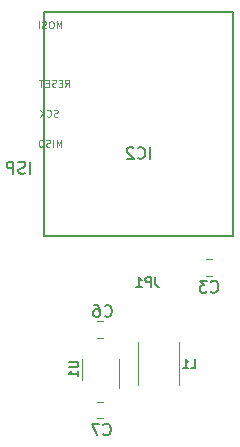
<source format=gbo>
G04 #@! TF.GenerationSoftware,KiCad,Pcbnew,(5.1.2)-2*
G04 #@! TF.CreationDate,2019-11-25T20:14:03+01:00*
G04 #@! TF.ProjectId,HM-LC-SW1-BA-PCB_mini_MAX1724,484d2d4c-432d-4535-9731-2d42412d5043,rev?*
G04 #@! TF.SameCoordinates,Original*
G04 #@! TF.FileFunction,Legend,Bot*
G04 #@! TF.FilePolarity,Positive*
%FSLAX46Y46*%
G04 Gerber Fmt 4.6, Leading zero omitted, Abs format (unit mm)*
G04 Created by KiCad (PCBNEW (5.1.2)-2) date 2019-11-25 20:14:03*
%MOMM*%
%LPD*%
G04 APERTURE LIST*
%ADD10C,0.150000*%
%ADD11C,0.100000*%
%ADD12C,0.120000*%
G04 APERTURE END LIST*
D10*
X172426190Y-101988880D02*
X172426190Y-100988880D01*
X171997619Y-101941261D02*
X171854761Y-101988880D01*
X171616666Y-101988880D01*
X171521428Y-101941261D01*
X171473809Y-101893642D01*
X171426190Y-101798404D01*
X171426190Y-101703166D01*
X171473809Y-101607928D01*
X171521428Y-101560309D01*
X171616666Y-101512690D01*
X171807142Y-101465071D01*
X171902380Y-101417452D01*
X171950000Y-101369833D01*
X171997619Y-101274595D01*
X171997619Y-101179357D01*
X171950000Y-101084119D01*
X171902380Y-101036500D01*
X171807142Y-100988880D01*
X171569047Y-100988880D01*
X171426190Y-101036500D01*
X170997619Y-101988880D02*
X170997619Y-100988880D01*
X170616666Y-100988880D01*
X170521428Y-101036500D01*
X170473809Y-101084119D01*
X170426190Y-101179357D01*
X170426190Y-101322214D01*
X170473809Y-101417452D01*
X170521428Y-101465071D01*
X170616666Y-101512690D01*
X170997619Y-101512690D01*
D11*
X175059857Y-99712428D02*
X175059857Y-99112428D01*
X174859857Y-99541000D01*
X174659857Y-99112428D01*
X174659857Y-99712428D01*
X174374142Y-99712428D02*
X174374142Y-99112428D01*
X174117000Y-99683857D02*
X174031285Y-99712428D01*
X173888428Y-99712428D01*
X173831285Y-99683857D01*
X173802714Y-99655285D01*
X173774142Y-99598142D01*
X173774142Y-99541000D01*
X173802714Y-99483857D01*
X173831285Y-99455285D01*
X173888428Y-99426714D01*
X174002714Y-99398142D01*
X174059857Y-99369571D01*
X174088428Y-99341000D01*
X174117000Y-99283857D01*
X174117000Y-99226714D01*
X174088428Y-99169571D01*
X174059857Y-99141000D01*
X174002714Y-99112428D01*
X173859857Y-99112428D01*
X173774142Y-99141000D01*
X173402714Y-99112428D02*
X173288428Y-99112428D01*
X173231285Y-99141000D01*
X173174142Y-99198142D01*
X173145571Y-99312428D01*
X173145571Y-99512428D01*
X173174142Y-99626714D01*
X173231285Y-99683857D01*
X173288428Y-99712428D01*
X173402714Y-99712428D01*
X173459857Y-99683857D01*
X173517000Y-99626714D01*
X173545571Y-99512428D01*
X173545571Y-99312428D01*
X173517000Y-99198142D01*
X173459857Y-99141000D01*
X173402714Y-99112428D01*
X174761428Y-97143857D02*
X174675714Y-97172428D01*
X174532857Y-97172428D01*
X174475714Y-97143857D01*
X174447142Y-97115285D01*
X174418571Y-97058142D01*
X174418571Y-97001000D01*
X174447142Y-96943857D01*
X174475714Y-96915285D01*
X174532857Y-96886714D01*
X174647142Y-96858142D01*
X174704285Y-96829571D01*
X174732857Y-96801000D01*
X174761428Y-96743857D01*
X174761428Y-96686714D01*
X174732857Y-96629571D01*
X174704285Y-96601000D01*
X174647142Y-96572428D01*
X174504285Y-96572428D01*
X174418571Y-96601000D01*
X173818571Y-97115285D02*
X173847142Y-97143857D01*
X173932857Y-97172428D01*
X173990000Y-97172428D01*
X174075714Y-97143857D01*
X174132857Y-97086714D01*
X174161428Y-97029571D01*
X174190000Y-96915285D01*
X174190000Y-96829571D01*
X174161428Y-96715285D01*
X174132857Y-96658142D01*
X174075714Y-96601000D01*
X173990000Y-96572428D01*
X173932857Y-96572428D01*
X173847142Y-96601000D01*
X173818571Y-96629571D01*
X173561428Y-97172428D02*
X173561428Y-96572428D01*
X173218571Y-97172428D02*
X173475714Y-96829571D01*
X173218571Y-96572428D02*
X173561428Y-96915285D01*
X175369428Y-94632428D02*
X175569428Y-94346714D01*
X175712285Y-94632428D02*
X175712285Y-94032428D01*
X175483714Y-94032428D01*
X175426571Y-94061000D01*
X175398000Y-94089571D01*
X175369428Y-94146714D01*
X175369428Y-94232428D01*
X175398000Y-94289571D01*
X175426571Y-94318142D01*
X175483714Y-94346714D01*
X175712285Y-94346714D01*
X175112285Y-94318142D02*
X174912285Y-94318142D01*
X174826571Y-94632428D02*
X175112285Y-94632428D01*
X175112285Y-94032428D01*
X174826571Y-94032428D01*
X174598000Y-94603857D02*
X174512285Y-94632428D01*
X174369428Y-94632428D01*
X174312285Y-94603857D01*
X174283714Y-94575285D01*
X174255142Y-94518142D01*
X174255142Y-94461000D01*
X174283714Y-94403857D01*
X174312285Y-94375285D01*
X174369428Y-94346714D01*
X174483714Y-94318142D01*
X174540857Y-94289571D01*
X174569428Y-94261000D01*
X174598000Y-94203857D01*
X174598000Y-94146714D01*
X174569428Y-94089571D01*
X174540857Y-94061000D01*
X174483714Y-94032428D01*
X174340857Y-94032428D01*
X174255142Y-94061000D01*
X173998000Y-94318142D02*
X173798000Y-94318142D01*
X173712285Y-94632428D02*
X173998000Y-94632428D01*
X173998000Y-94032428D01*
X173712285Y-94032428D01*
X173540857Y-94032428D02*
X173198000Y-94032428D01*
X173369428Y-94632428D02*
X173369428Y-94032428D01*
X175059857Y-89679428D02*
X175059857Y-89079428D01*
X174859857Y-89508000D01*
X174659857Y-89079428D01*
X174659857Y-89679428D01*
X174259857Y-89079428D02*
X174145571Y-89079428D01*
X174088428Y-89108000D01*
X174031285Y-89165142D01*
X174002714Y-89279428D01*
X174002714Y-89479428D01*
X174031285Y-89593714D01*
X174088428Y-89650857D01*
X174145571Y-89679428D01*
X174259857Y-89679428D01*
X174317000Y-89650857D01*
X174374142Y-89593714D01*
X174402714Y-89479428D01*
X174402714Y-89279428D01*
X174374142Y-89165142D01*
X174317000Y-89108000D01*
X174259857Y-89079428D01*
X173774142Y-89650857D02*
X173688428Y-89679428D01*
X173545571Y-89679428D01*
X173488428Y-89650857D01*
X173459857Y-89622285D01*
X173431285Y-89565142D01*
X173431285Y-89508000D01*
X173459857Y-89450857D01*
X173488428Y-89422285D01*
X173545571Y-89393714D01*
X173659857Y-89365142D01*
X173717000Y-89336571D01*
X173745571Y-89308000D01*
X173774142Y-89250857D01*
X173774142Y-89193714D01*
X173745571Y-89136571D01*
X173717000Y-89108000D01*
X173659857Y-89079428D01*
X173517000Y-89079428D01*
X173431285Y-89108000D01*
X173174142Y-89679428D02*
X173174142Y-89079428D01*
D12*
X185010000Y-116200000D02*
X185010000Y-119886252D01*
X181590000Y-116200000D02*
X181590000Y-119886252D01*
X178611252Y-122710000D02*
X178088748Y-122710000D01*
X178611252Y-121290000D02*
X178088748Y-121290000D01*
X178088748Y-114490000D02*
X178611252Y-114490000D01*
X178088748Y-115910000D02*
X178611252Y-115910000D01*
X187836252Y-110660000D02*
X187313748Y-110660000D01*
X187836252Y-109240000D02*
X187313748Y-109240000D01*
D10*
X189610000Y-107282000D02*
X173610000Y-107282000D01*
X173610000Y-107282000D02*
X173610000Y-88282000D01*
X173610000Y-88282000D02*
X189610000Y-88282000D01*
X189610000Y-88282000D02*
X189610000Y-107282000D01*
D12*
X179910000Y-117670000D02*
X179910000Y-120100000D01*
X176840000Y-119430000D02*
X176840000Y-117670000D01*
D10*
X186033333Y-118461904D02*
X186414285Y-118461904D01*
X186414285Y-117661904D01*
X185347619Y-118461904D02*
X185804761Y-118461904D01*
X185576190Y-118461904D02*
X185576190Y-117661904D01*
X185652380Y-117776190D01*
X185728571Y-117852380D01*
X185804761Y-117890476D01*
X178616666Y-124057142D02*
X178664285Y-124104761D01*
X178807142Y-124152380D01*
X178902380Y-124152380D01*
X179045238Y-124104761D01*
X179140476Y-124009523D01*
X179188095Y-123914285D01*
X179235714Y-123723809D01*
X179235714Y-123580952D01*
X179188095Y-123390476D01*
X179140476Y-123295238D01*
X179045238Y-123200000D01*
X178902380Y-123152380D01*
X178807142Y-123152380D01*
X178664285Y-123200000D01*
X178616666Y-123247619D01*
X178283333Y-123152380D02*
X177616666Y-123152380D01*
X178045238Y-124152380D01*
X178716666Y-114007142D02*
X178764285Y-114054761D01*
X178907142Y-114102380D01*
X179002380Y-114102380D01*
X179145238Y-114054761D01*
X179240476Y-113959523D01*
X179288095Y-113864285D01*
X179335714Y-113673809D01*
X179335714Y-113530952D01*
X179288095Y-113340476D01*
X179240476Y-113245238D01*
X179145238Y-113150000D01*
X179002380Y-113102380D01*
X178907142Y-113102380D01*
X178764285Y-113150000D01*
X178716666Y-113197619D01*
X177859523Y-113102380D02*
X178050000Y-113102380D01*
X178145238Y-113150000D01*
X178192857Y-113197619D01*
X178288095Y-113340476D01*
X178335714Y-113530952D01*
X178335714Y-113911904D01*
X178288095Y-114007142D01*
X178240476Y-114054761D01*
X178145238Y-114102380D01*
X177954761Y-114102380D01*
X177859523Y-114054761D01*
X177811904Y-114007142D01*
X177764285Y-113911904D01*
X177764285Y-113673809D01*
X177811904Y-113578571D01*
X177859523Y-113530952D01*
X177954761Y-113483333D01*
X178145238Y-113483333D01*
X178240476Y-113530952D01*
X178288095Y-113578571D01*
X178335714Y-113673809D01*
X187716666Y-111957142D02*
X187764285Y-112004761D01*
X187907142Y-112052380D01*
X188002380Y-112052380D01*
X188145238Y-112004761D01*
X188240476Y-111909523D01*
X188288095Y-111814285D01*
X188335714Y-111623809D01*
X188335714Y-111480952D01*
X188288095Y-111290476D01*
X188240476Y-111195238D01*
X188145238Y-111100000D01*
X188002380Y-111052380D01*
X187907142Y-111052380D01*
X187764285Y-111100000D01*
X187716666Y-111147619D01*
X187383333Y-111052380D02*
X186764285Y-111052380D01*
X187097619Y-111433333D01*
X186954761Y-111433333D01*
X186859523Y-111480952D01*
X186811904Y-111528571D01*
X186764285Y-111623809D01*
X186764285Y-111861904D01*
X186811904Y-111957142D01*
X186859523Y-112004761D01*
X186954761Y-112052380D01*
X187240476Y-112052380D01*
X187335714Y-112004761D01*
X187383333Y-111957142D01*
X183016666Y-110761904D02*
X183016666Y-111333333D01*
X183054761Y-111447619D01*
X183130952Y-111523809D01*
X183245238Y-111561904D01*
X183321428Y-111561904D01*
X182635714Y-111561904D02*
X182635714Y-110761904D01*
X182330952Y-110761904D01*
X182254761Y-110800000D01*
X182216666Y-110838095D01*
X182178571Y-110914285D01*
X182178571Y-111028571D01*
X182216666Y-111104761D01*
X182254761Y-111142857D01*
X182330952Y-111180952D01*
X182635714Y-111180952D01*
X181416666Y-111561904D02*
X181873809Y-111561904D01*
X181645238Y-111561904D02*
X181645238Y-110761904D01*
X181721428Y-110876190D01*
X181797619Y-110952380D01*
X181873809Y-110990476D01*
X182586190Y-100734380D02*
X182586190Y-99734380D01*
X181538571Y-100639142D02*
X181586190Y-100686761D01*
X181729047Y-100734380D01*
X181824285Y-100734380D01*
X181967142Y-100686761D01*
X182062380Y-100591523D01*
X182110000Y-100496285D01*
X182157619Y-100305809D01*
X182157619Y-100162952D01*
X182110000Y-99972476D01*
X182062380Y-99877238D01*
X181967142Y-99782000D01*
X181824285Y-99734380D01*
X181729047Y-99734380D01*
X181586190Y-99782000D01*
X181538571Y-99829619D01*
X181157619Y-99829619D02*
X181110000Y-99782000D01*
X181014761Y-99734380D01*
X180776666Y-99734380D01*
X180681428Y-99782000D01*
X180633809Y-99829619D01*
X180586190Y-99924857D01*
X180586190Y-100020095D01*
X180633809Y-100162952D01*
X181205238Y-100734380D01*
X180586190Y-100734380D01*
X175711904Y-117890476D02*
X176359523Y-117890476D01*
X176435714Y-117928571D01*
X176473809Y-117966666D01*
X176511904Y-118042857D01*
X176511904Y-118195238D01*
X176473809Y-118271428D01*
X176435714Y-118309523D01*
X176359523Y-118347619D01*
X175711904Y-118347619D01*
X176511904Y-119147619D02*
X176511904Y-118690476D01*
X176511904Y-118919047D02*
X175711904Y-118919047D01*
X175826190Y-118842857D01*
X175902380Y-118766666D01*
X175940476Y-118690476D01*
M02*

</source>
